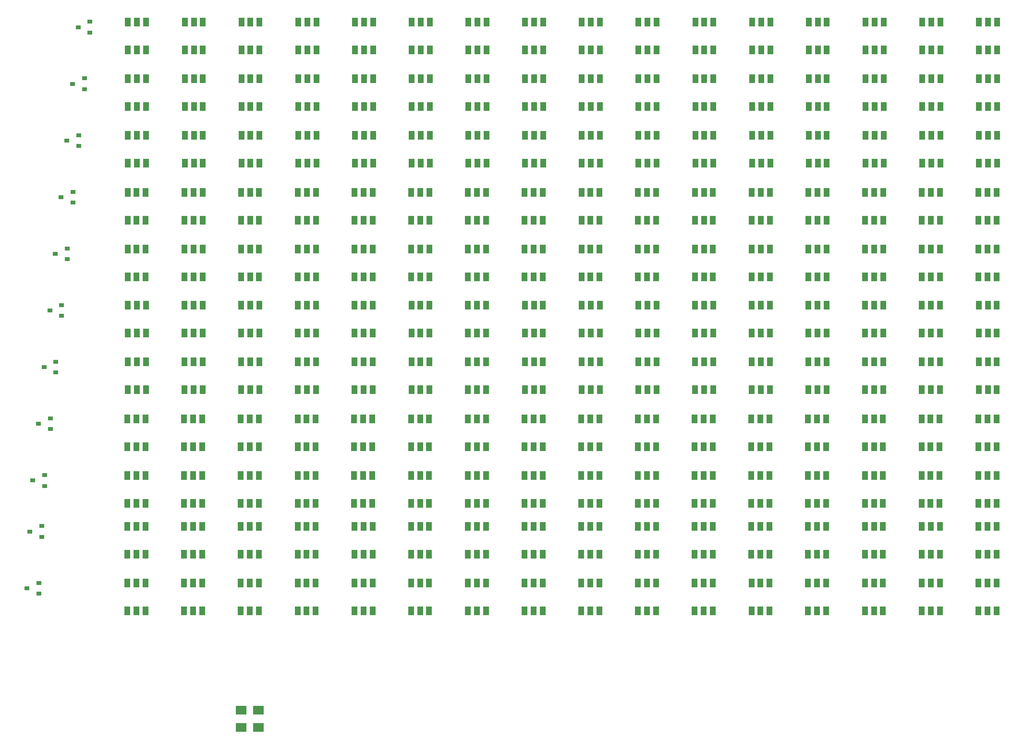
<source format=gtp>
G04 MADE WITH FRITZING*
G04 WWW.FRITZING.ORG*
G04 DOUBLE SIDED*
G04 HOLES PLATED*
G04 CONTOUR ON CENTER OF CONTOUR VECTOR*
%ASAXBY*%
%FSLAX23Y23*%
%MOIN*%
%OFA0B0*%
%SFA1.0B1.0*%
%ADD10R,0.039361X0.059056*%
%ADD11R,0.039389X0.059056*%
%ADD12R,0.039375X0.059056*%
%ADD13R,0.035433X0.031496*%
%ADD14R,0.074803X0.062992*%
%LNPASTEMASK1*%
G90*
G70*
G54D10*
X962Y1471D03*
G54D11*
X1025Y1471D03*
G54D12*
X1088Y1471D03*
X1088Y1664D03*
G54D11*
X1025Y1664D03*
G54D10*
X962Y1664D03*
X4112Y1471D03*
G54D11*
X4175Y1471D03*
G54D12*
X4238Y1471D03*
X4238Y1664D03*
G54D11*
X4175Y1664D03*
G54D10*
X4112Y1664D03*
X4116Y5369D03*
G54D11*
X4179Y5369D03*
G54D12*
X4242Y5369D03*
X4242Y5562D03*
G54D11*
X4179Y5562D03*
G54D10*
X4116Y5562D03*
X966Y5369D03*
G54D11*
X1029Y5369D03*
G54D12*
X1092Y5369D03*
X1092Y5562D03*
G54D11*
X1029Y5562D03*
G54D10*
X966Y5562D03*
X4505Y1471D03*
G54D11*
X4568Y1471D03*
G54D12*
X4631Y1471D03*
X4631Y1664D03*
G54D11*
X4568Y1664D03*
G54D10*
X4505Y1664D03*
X4509Y5369D03*
G54D11*
X4572Y5369D03*
G54D12*
X4635Y5369D03*
X4635Y5562D03*
G54D11*
X4572Y5562D03*
G54D10*
X4509Y5562D03*
X1356Y1471D03*
G54D11*
X1419Y1471D03*
G54D12*
X1482Y1471D03*
X1482Y1664D03*
G54D11*
X1419Y1664D03*
G54D10*
X1356Y1664D03*
X1360Y5369D03*
G54D11*
X1423Y5369D03*
G54D12*
X1486Y5369D03*
X1486Y5562D03*
G54D11*
X1423Y5562D03*
G54D10*
X1360Y5562D03*
X1749Y1471D03*
G54D11*
X1812Y1471D03*
G54D12*
X1875Y1471D03*
X1875Y1664D03*
G54D11*
X1812Y1664D03*
G54D10*
X1749Y1664D03*
X4903Y5369D03*
G54D11*
X4966Y5369D03*
G54D12*
X5029Y5369D03*
X5029Y5562D03*
G54D11*
X4966Y5562D03*
G54D10*
X4903Y5562D03*
X4899Y1471D03*
G54D11*
X4962Y1471D03*
G54D12*
X5025Y1471D03*
X5025Y1664D03*
G54D11*
X4962Y1664D03*
G54D10*
X4899Y1664D03*
X1753Y5369D03*
G54D11*
X1816Y5369D03*
G54D12*
X1879Y5369D03*
X1879Y5562D03*
G54D11*
X1816Y5562D03*
G54D10*
X1753Y5562D03*
X5293Y1471D03*
G54D11*
X5356Y1471D03*
G54D12*
X5419Y1471D03*
X5419Y1664D03*
G54D11*
X5356Y1664D03*
G54D10*
X5293Y1664D03*
X5297Y5369D03*
G54D11*
X5360Y5369D03*
G54D12*
X5423Y5369D03*
X5423Y5562D03*
G54D11*
X5360Y5562D03*
G54D10*
X5297Y5562D03*
X2147Y5369D03*
G54D11*
X2210Y5369D03*
G54D12*
X2273Y5369D03*
X2273Y5562D03*
G54D11*
X2210Y5562D03*
G54D10*
X2147Y5562D03*
X2143Y1471D03*
G54D11*
X2206Y1471D03*
G54D12*
X2269Y1471D03*
X2269Y1664D03*
G54D11*
X2206Y1664D03*
G54D10*
X2143Y1664D03*
X2541Y5369D03*
G54D11*
X2604Y5369D03*
G54D12*
X2667Y5369D03*
X2667Y5562D03*
G54D11*
X2604Y5562D03*
G54D10*
X2541Y5562D03*
X2537Y1471D03*
G54D11*
X2600Y1471D03*
G54D12*
X2663Y1471D03*
X2663Y1664D03*
G54D11*
X2600Y1664D03*
G54D10*
X2537Y1664D03*
X5690Y5369D03*
G54D11*
X5753Y5369D03*
G54D12*
X5816Y5369D03*
X5816Y5562D03*
G54D11*
X5753Y5562D03*
G54D10*
X5690Y5562D03*
X5686Y1471D03*
G54D11*
X5749Y1471D03*
G54D12*
X5812Y1471D03*
X5812Y1664D03*
G54D11*
X5749Y1664D03*
G54D10*
X5686Y1664D03*
X6080Y1471D03*
G54D11*
X6143Y1471D03*
G54D12*
X6206Y1471D03*
X6206Y1664D03*
G54D11*
X6143Y1664D03*
G54D10*
X6080Y1664D03*
X6084Y5369D03*
G54D11*
X6147Y5369D03*
G54D12*
X6210Y5369D03*
X6210Y5562D03*
G54D11*
X6147Y5562D03*
G54D10*
X6084Y5562D03*
X2930Y1471D03*
G54D11*
X2993Y1471D03*
G54D12*
X3056Y1471D03*
X3056Y1664D03*
G54D11*
X2993Y1664D03*
G54D10*
X2930Y1664D03*
X2935Y5369D03*
G54D11*
X2998Y5369D03*
G54D12*
X3061Y5369D03*
X3061Y5562D03*
G54D11*
X2998Y5562D03*
G54D10*
X2935Y5562D03*
X3324Y1471D03*
G54D11*
X3387Y1471D03*
G54D12*
X3450Y1471D03*
X3450Y1664D03*
G54D11*
X3387Y1664D03*
G54D10*
X3324Y1664D03*
X6478Y5369D03*
G54D11*
X6541Y5369D03*
G54D12*
X6604Y5369D03*
X6604Y5562D03*
G54D11*
X6541Y5562D03*
G54D10*
X6478Y5562D03*
X3328Y5369D03*
G54D11*
X3391Y5369D03*
G54D12*
X3454Y5369D03*
X3454Y5562D03*
G54D11*
X3391Y5562D03*
G54D10*
X3328Y5562D03*
X6474Y1471D03*
G54D11*
X6537Y1471D03*
G54D12*
X6600Y1471D03*
X6600Y1664D03*
G54D11*
X6537Y1664D03*
G54D10*
X6474Y1664D03*
X3722Y5369D03*
G54D11*
X3785Y5369D03*
G54D12*
X3848Y5369D03*
X3848Y5562D03*
G54D11*
X3785Y5562D03*
G54D10*
X3722Y5562D03*
X6867Y1471D03*
G54D11*
X6930Y1471D03*
G54D12*
X6993Y1471D03*
X6993Y1664D03*
G54D11*
X6930Y1664D03*
G54D10*
X6867Y1664D03*
X6872Y5369D03*
G54D11*
X6935Y5369D03*
G54D12*
X6998Y5369D03*
X6998Y5562D03*
G54D11*
X6935Y5562D03*
G54D10*
X6872Y5562D03*
X3718Y1471D03*
G54D11*
X3781Y1471D03*
G54D12*
X3844Y1471D03*
X3844Y1664D03*
G54D11*
X3781Y1664D03*
G54D10*
X3718Y1664D03*
X964Y3007D03*
G54D11*
X1027Y3007D03*
G54D12*
X1090Y3007D03*
X1090Y3200D03*
G54D11*
X1027Y3200D03*
G54D10*
X964Y3200D03*
X961Y2218D03*
G54D11*
X1024Y2218D03*
G54D12*
X1087Y2218D03*
X1087Y2411D03*
G54D11*
X1024Y2411D03*
G54D10*
X961Y2411D03*
X963Y3792D03*
G54D11*
X1026Y3792D03*
G54D12*
X1089Y3792D03*
X1089Y3985D03*
G54D11*
X1026Y3985D03*
G54D10*
X963Y3985D03*
X966Y4581D03*
G54D11*
X1029Y4581D03*
G54D12*
X1092Y4581D03*
X1092Y4774D03*
G54D11*
X1029Y4774D03*
G54D10*
X966Y4774D03*
X4111Y2218D03*
G54D11*
X4174Y2218D03*
G54D12*
X4237Y2218D03*
X4237Y2411D03*
G54D11*
X4174Y2411D03*
G54D10*
X4111Y2411D03*
X4114Y3007D03*
G54D11*
X4177Y3007D03*
G54D12*
X4240Y3007D03*
X4240Y3200D03*
G54D11*
X4177Y3200D03*
G54D10*
X4114Y3200D03*
X4113Y3792D03*
G54D11*
X4176Y3792D03*
G54D12*
X4239Y3792D03*
X4239Y3985D03*
G54D11*
X4176Y3985D03*
G54D10*
X4113Y3985D03*
X4115Y4581D03*
G54D11*
X4178Y4581D03*
G54D12*
X4241Y4581D03*
X4241Y4774D03*
G54D11*
X4178Y4774D03*
G54D10*
X4115Y4774D03*
X4114Y3401D03*
G54D11*
X4177Y3401D03*
G54D12*
X4240Y3401D03*
X4240Y3594D03*
G54D11*
X4177Y3594D03*
G54D10*
X4114Y3594D03*
X4111Y2612D03*
G54D11*
X4174Y2612D03*
G54D12*
X4237Y2612D03*
X4237Y2805D03*
G54D11*
X4174Y2805D03*
G54D10*
X4111Y2805D03*
X4113Y4186D03*
G54D11*
X4176Y4186D03*
G54D12*
X4239Y4186D03*
X4239Y4379D03*
G54D11*
X4176Y4379D03*
G54D10*
X4113Y4379D03*
X4115Y4975D03*
G54D11*
X4178Y4975D03*
G54D12*
X4241Y4975D03*
X4241Y5168D03*
G54D11*
X4178Y5168D03*
G54D10*
X4115Y5168D03*
X964Y3401D03*
G54D11*
X1027Y3401D03*
G54D12*
X1090Y3401D03*
X1090Y3594D03*
G54D11*
X1027Y3594D03*
G54D10*
X964Y3594D03*
X961Y2612D03*
G54D11*
X1024Y2612D03*
G54D12*
X1087Y2612D03*
X1087Y2805D03*
G54D11*
X1024Y2805D03*
G54D10*
X961Y2805D03*
X963Y4186D03*
G54D11*
X1026Y4186D03*
G54D12*
X1089Y4186D03*
X1089Y4379D03*
G54D11*
X1026Y4379D03*
G54D10*
X963Y4379D03*
X966Y4975D03*
G54D11*
X1029Y4975D03*
G54D12*
X1092Y4975D03*
X1092Y5168D03*
G54D11*
X1029Y5168D03*
G54D10*
X966Y5168D03*
X4508Y3007D03*
G54D11*
X4571Y3007D03*
G54D12*
X4634Y3007D03*
X4634Y3200D03*
G54D11*
X4571Y3200D03*
G54D10*
X4508Y3200D03*
X4505Y2218D03*
G54D11*
X4568Y2218D03*
G54D12*
X4631Y2218D03*
X4631Y2411D03*
G54D11*
X4568Y2411D03*
G54D10*
X4505Y2411D03*
X4506Y3792D03*
G54D11*
X4569Y3792D03*
G54D12*
X4632Y3792D03*
X4632Y3985D03*
G54D11*
X4569Y3985D03*
G54D10*
X4506Y3985D03*
X4509Y4581D03*
G54D11*
X4572Y4581D03*
G54D12*
X4635Y4581D03*
X4635Y4774D03*
G54D11*
X4572Y4774D03*
G54D10*
X4509Y4774D03*
X4508Y3401D03*
G54D11*
X4571Y3401D03*
G54D12*
X4634Y3401D03*
X4634Y3594D03*
G54D11*
X4571Y3594D03*
G54D10*
X4508Y3594D03*
X4505Y2612D03*
G54D11*
X4568Y2612D03*
G54D12*
X4631Y2612D03*
X4631Y2805D03*
G54D11*
X4568Y2805D03*
G54D10*
X4505Y2805D03*
X4506Y4186D03*
G54D11*
X4569Y4186D03*
G54D12*
X4632Y4186D03*
X4632Y4379D03*
G54D11*
X4569Y4379D03*
G54D10*
X4506Y4379D03*
X4509Y4975D03*
G54D11*
X4572Y4975D03*
G54D12*
X4635Y4975D03*
X4635Y5168D03*
G54D11*
X4572Y5168D03*
G54D10*
X4509Y5168D03*
X1358Y3007D03*
G54D11*
X1421Y3007D03*
G54D12*
X1484Y3007D03*
X1484Y3200D03*
G54D11*
X1421Y3200D03*
G54D10*
X1358Y3200D03*
X1355Y2218D03*
G54D11*
X1418Y2218D03*
G54D12*
X1481Y2218D03*
X1481Y2411D03*
G54D11*
X1418Y2411D03*
G54D10*
X1355Y2411D03*
X1357Y3792D03*
G54D11*
X1420Y3792D03*
G54D12*
X1483Y3792D03*
X1483Y3985D03*
G54D11*
X1420Y3985D03*
G54D10*
X1357Y3985D03*
X1360Y4581D03*
G54D11*
X1423Y4581D03*
G54D12*
X1486Y4581D03*
X1486Y4774D03*
G54D11*
X1423Y4774D03*
G54D10*
X1360Y4774D03*
X1355Y2612D03*
G54D11*
X1418Y2612D03*
G54D12*
X1481Y2612D03*
X1481Y2805D03*
G54D11*
X1418Y2805D03*
G54D10*
X1355Y2805D03*
X1358Y3401D03*
G54D11*
X1421Y3401D03*
G54D12*
X1484Y3401D03*
X1484Y3594D03*
G54D11*
X1421Y3594D03*
G54D10*
X1358Y3594D03*
X1357Y4186D03*
G54D11*
X1420Y4186D03*
G54D12*
X1483Y4186D03*
X1483Y4379D03*
G54D11*
X1420Y4379D03*
G54D10*
X1357Y4379D03*
X1360Y4975D03*
G54D11*
X1423Y4975D03*
G54D12*
X1486Y4975D03*
X1486Y5168D03*
G54D11*
X1423Y5168D03*
G54D10*
X1360Y5168D03*
X1752Y3007D03*
G54D11*
X1815Y3007D03*
G54D12*
X1878Y3007D03*
X1878Y3200D03*
G54D11*
X1815Y3200D03*
G54D10*
X1752Y3200D03*
X1749Y2218D03*
G54D11*
X1812Y2218D03*
G54D12*
X1875Y2218D03*
X1875Y2411D03*
G54D11*
X1812Y2411D03*
G54D10*
X1749Y2411D03*
X1750Y3792D03*
G54D11*
X1813Y3792D03*
G54D12*
X1876Y3792D03*
X1876Y3985D03*
G54D11*
X1813Y3985D03*
G54D10*
X1750Y3985D03*
X1753Y4581D03*
G54D11*
X1816Y4581D03*
G54D12*
X1879Y4581D03*
X1879Y4774D03*
G54D11*
X1816Y4774D03*
G54D10*
X1753Y4774D03*
X4898Y2612D03*
G54D11*
X4961Y2612D03*
G54D12*
X5024Y2612D03*
X5024Y2805D03*
G54D11*
X4961Y2805D03*
G54D10*
X4898Y2805D03*
X4901Y3401D03*
G54D11*
X4964Y3401D03*
G54D12*
X5027Y3401D03*
X5027Y3594D03*
G54D11*
X4964Y3594D03*
G54D10*
X4901Y3594D03*
X4900Y4186D03*
G54D11*
X4963Y4186D03*
G54D12*
X5026Y4186D03*
X5026Y4379D03*
G54D11*
X4963Y4379D03*
G54D10*
X4900Y4379D03*
X4903Y4975D03*
G54D11*
X4966Y4975D03*
G54D12*
X5029Y4975D03*
X5029Y5168D03*
G54D11*
X4966Y5168D03*
G54D10*
X4903Y5168D03*
X4901Y3007D03*
G54D11*
X4964Y3007D03*
G54D12*
X5027Y3007D03*
X5027Y3200D03*
G54D11*
X4964Y3200D03*
G54D10*
X4901Y3200D03*
X4898Y2218D03*
G54D11*
X4961Y2218D03*
G54D12*
X5024Y2218D03*
X5024Y2411D03*
G54D11*
X4961Y2411D03*
G54D10*
X4898Y2411D03*
X4900Y3792D03*
G54D11*
X4963Y3792D03*
G54D12*
X5026Y3792D03*
X5026Y3985D03*
G54D11*
X4963Y3985D03*
G54D10*
X4900Y3985D03*
X4903Y4581D03*
G54D11*
X4966Y4581D03*
G54D12*
X5029Y4581D03*
X5029Y4774D03*
G54D11*
X4966Y4774D03*
G54D10*
X4903Y4774D03*
X1752Y3401D03*
G54D11*
X1815Y3401D03*
G54D12*
X1878Y3401D03*
X1878Y3594D03*
G54D11*
X1815Y3594D03*
G54D10*
X1752Y3594D03*
X1749Y2612D03*
G54D11*
X1812Y2612D03*
G54D12*
X1875Y2612D03*
X1875Y2805D03*
G54D11*
X1812Y2805D03*
G54D10*
X1749Y2805D03*
X1750Y4186D03*
G54D11*
X1813Y4186D03*
G54D12*
X1876Y4186D03*
X1876Y4379D03*
G54D11*
X1813Y4379D03*
G54D10*
X1750Y4379D03*
X1753Y4975D03*
G54D11*
X1816Y4975D03*
G54D12*
X1879Y4975D03*
X1879Y5168D03*
G54D11*
X1816Y5168D03*
G54D10*
X1753Y5168D03*
X5295Y3007D03*
G54D11*
X5358Y3007D03*
G54D12*
X5421Y3007D03*
X5421Y3200D03*
G54D11*
X5358Y3200D03*
G54D10*
X5295Y3200D03*
X5292Y2218D03*
G54D11*
X5355Y2218D03*
G54D12*
X5418Y2218D03*
X5418Y2411D03*
G54D11*
X5355Y2411D03*
G54D10*
X5292Y2411D03*
X5294Y3792D03*
G54D11*
X5357Y3792D03*
G54D12*
X5420Y3792D03*
X5420Y3985D03*
G54D11*
X5357Y3985D03*
G54D10*
X5294Y3985D03*
X5297Y4581D03*
G54D11*
X5360Y4581D03*
G54D12*
X5423Y4581D03*
X5423Y4774D03*
G54D11*
X5360Y4774D03*
G54D10*
X5297Y4774D03*
X5292Y2612D03*
G54D11*
X5355Y2612D03*
G54D12*
X5418Y2612D03*
X5418Y2805D03*
G54D11*
X5355Y2805D03*
G54D10*
X5292Y2805D03*
X5295Y3401D03*
G54D11*
X5358Y3401D03*
G54D12*
X5421Y3401D03*
X5421Y3594D03*
G54D11*
X5358Y3594D03*
G54D10*
X5295Y3594D03*
X5294Y4186D03*
G54D11*
X5357Y4186D03*
G54D12*
X5420Y4186D03*
X5420Y4379D03*
G54D11*
X5357Y4379D03*
G54D10*
X5294Y4379D03*
X5297Y4975D03*
G54D11*
X5360Y4975D03*
G54D12*
X5423Y4975D03*
X5423Y5168D03*
G54D11*
X5360Y5168D03*
G54D10*
X5297Y5168D03*
X2143Y2612D03*
G54D11*
X2206Y2612D03*
G54D12*
X2269Y2612D03*
X2269Y2805D03*
G54D11*
X2206Y2805D03*
G54D10*
X2143Y2805D03*
X2145Y3401D03*
G54D11*
X2208Y3401D03*
G54D12*
X2271Y3401D03*
X2271Y3594D03*
G54D11*
X2208Y3594D03*
G54D10*
X2145Y3594D03*
X2144Y4186D03*
G54D11*
X2207Y4186D03*
G54D12*
X2270Y4186D03*
X2270Y4379D03*
G54D11*
X2207Y4379D03*
G54D10*
X2144Y4379D03*
X2147Y4975D03*
G54D11*
X2210Y4975D03*
G54D12*
X2273Y4975D03*
X2273Y5168D03*
G54D11*
X2210Y5168D03*
G54D10*
X2147Y5168D03*
X2143Y2218D03*
G54D11*
X2206Y2218D03*
G54D12*
X2269Y2218D03*
X2269Y2411D03*
G54D11*
X2206Y2411D03*
G54D10*
X2143Y2411D03*
X2145Y3007D03*
G54D11*
X2208Y3007D03*
G54D12*
X2271Y3007D03*
X2271Y3200D03*
G54D11*
X2208Y3200D03*
G54D10*
X2145Y3200D03*
X2144Y3792D03*
G54D11*
X2207Y3792D03*
G54D12*
X2270Y3792D03*
X2270Y3985D03*
G54D11*
X2207Y3985D03*
G54D10*
X2144Y3985D03*
X2147Y4581D03*
G54D11*
X2210Y4581D03*
G54D12*
X2273Y4581D03*
X2273Y4774D03*
G54D11*
X2210Y4774D03*
G54D10*
X2147Y4774D03*
X2539Y3401D03*
G54D11*
X2602Y3401D03*
G54D12*
X2665Y3401D03*
X2665Y3594D03*
G54D11*
X2602Y3594D03*
G54D10*
X2539Y3594D03*
X2536Y2612D03*
G54D11*
X2599Y2612D03*
G54D12*
X2662Y2612D03*
X2662Y2805D03*
G54D11*
X2599Y2805D03*
G54D10*
X2536Y2805D03*
X2538Y4186D03*
G54D11*
X2601Y4186D03*
G54D12*
X2664Y4186D03*
X2664Y4379D03*
G54D11*
X2601Y4379D03*
G54D10*
X2538Y4379D03*
X2541Y4975D03*
G54D11*
X2604Y4975D03*
G54D12*
X2667Y4975D03*
X2667Y5168D03*
G54D11*
X2604Y5168D03*
G54D10*
X2541Y5168D03*
X2536Y2218D03*
G54D11*
X2599Y2218D03*
G54D12*
X2662Y2218D03*
X2662Y2411D03*
G54D11*
X2599Y2411D03*
G54D10*
X2536Y2411D03*
X2539Y3007D03*
G54D11*
X2602Y3007D03*
G54D12*
X2665Y3007D03*
X2665Y3200D03*
G54D11*
X2602Y3200D03*
G54D10*
X2539Y3200D03*
X2538Y3792D03*
G54D11*
X2601Y3792D03*
G54D12*
X2664Y3792D03*
X2664Y3985D03*
G54D11*
X2601Y3985D03*
G54D10*
X2538Y3985D03*
X2541Y4581D03*
G54D11*
X2604Y4581D03*
G54D12*
X2667Y4581D03*
X2667Y4774D03*
G54D11*
X2604Y4774D03*
G54D10*
X2541Y4774D03*
X5689Y3401D03*
G54D11*
X5752Y3401D03*
G54D12*
X5815Y3401D03*
X5815Y3594D03*
G54D11*
X5752Y3594D03*
G54D10*
X5689Y3594D03*
X5686Y2612D03*
G54D11*
X5749Y2612D03*
G54D12*
X5812Y2612D03*
X5812Y2805D03*
G54D11*
X5749Y2805D03*
G54D10*
X5686Y2805D03*
X5687Y4186D03*
G54D11*
X5750Y4186D03*
G54D12*
X5813Y4186D03*
X5813Y4379D03*
G54D11*
X5750Y4379D03*
G54D10*
X5687Y4379D03*
X5690Y4975D03*
G54D11*
X5753Y4975D03*
G54D12*
X5816Y4975D03*
X5816Y5168D03*
G54D11*
X5753Y5168D03*
G54D10*
X5690Y5168D03*
X5689Y3007D03*
G54D11*
X5752Y3007D03*
G54D12*
X5815Y3007D03*
X5815Y3200D03*
G54D11*
X5752Y3200D03*
G54D10*
X5689Y3200D03*
X5686Y2218D03*
G54D11*
X5749Y2218D03*
G54D12*
X5812Y2218D03*
X5812Y2411D03*
G54D11*
X5749Y2411D03*
G54D10*
X5686Y2411D03*
X5687Y3792D03*
G54D11*
X5750Y3792D03*
G54D12*
X5813Y3792D03*
X5813Y3985D03*
G54D11*
X5750Y3985D03*
G54D10*
X5687Y3985D03*
X5690Y4581D03*
G54D11*
X5753Y4581D03*
G54D12*
X5816Y4581D03*
X5816Y4774D03*
G54D11*
X5753Y4774D03*
G54D10*
X5690Y4774D03*
X6080Y2218D03*
G54D11*
X6143Y2218D03*
G54D12*
X6206Y2218D03*
X6206Y2411D03*
G54D11*
X6143Y2411D03*
G54D10*
X6080Y2411D03*
X6082Y3007D03*
G54D11*
X6145Y3007D03*
G54D12*
X6208Y3007D03*
X6208Y3200D03*
G54D11*
X6145Y3200D03*
G54D10*
X6082Y3200D03*
X6081Y3792D03*
G54D11*
X6144Y3792D03*
G54D12*
X6207Y3792D03*
X6207Y3985D03*
G54D11*
X6144Y3985D03*
G54D10*
X6081Y3985D03*
X6084Y4581D03*
G54D11*
X6147Y4581D03*
G54D12*
X6210Y4581D03*
X6210Y4774D03*
G54D11*
X6147Y4774D03*
G54D10*
X6084Y4774D03*
X6082Y3401D03*
G54D11*
X6145Y3401D03*
G54D12*
X6208Y3401D03*
X6208Y3594D03*
G54D11*
X6145Y3594D03*
G54D10*
X6082Y3594D03*
X6080Y2612D03*
G54D11*
X6143Y2612D03*
G54D12*
X6206Y2612D03*
X6206Y2805D03*
G54D11*
X6143Y2805D03*
G54D10*
X6080Y2805D03*
X6081Y4186D03*
G54D11*
X6144Y4186D03*
G54D12*
X6207Y4186D03*
X6207Y4379D03*
G54D11*
X6144Y4379D03*
G54D10*
X6081Y4379D03*
X6084Y4975D03*
G54D11*
X6147Y4975D03*
G54D12*
X6210Y4975D03*
X6210Y5168D03*
G54D11*
X6147Y5168D03*
G54D10*
X6084Y5168D03*
X2933Y3007D03*
G54D11*
X2996Y3007D03*
G54D12*
X3059Y3007D03*
X3059Y3200D03*
G54D11*
X2996Y3200D03*
G54D10*
X2933Y3200D03*
X2930Y2218D03*
G54D11*
X2993Y2218D03*
G54D12*
X3056Y2218D03*
X3056Y2411D03*
G54D11*
X2993Y2411D03*
G54D10*
X2930Y2411D03*
X2932Y3792D03*
G54D11*
X2995Y3792D03*
G54D12*
X3058Y3792D03*
X3058Y3985D03*
G54D11*
X2995Y3985D03*
G54D10*
X2932Y3985D03*
X2934Y4581D03*
G54D11*
X2997Y4581D03*
G54D12*
X3060Y4581D03*
X3060Y4774D03*
G54D11*
X2997Y4774D03*
G54D10*
X2934Y4774D03*
X2933Y3401D03*
G54D11*
X2996Y3401D03*
G54D12*
X3059Y3401D03*
X3059Y3594D03*
G54D11*
X2996Y3594D03*
G54D10*
X2933Y3594D03*
X2930Y2612D03*
G54D11*
X2993Y2612D03*
G54D12*
X3056Y2612D03*
X3056Y2805D03*
G54D11*
X2993Y2805D03*
G54D10*
X2930Y2805D03*
X2932Y4186D03*
G54D11*
X2995Y4186D03*
G54D12*
X3058Y4186D03*
X3058Y4379D03*
G54D11*
X2995Y4379D03*
G54D10*
X2932Y4379D03*
X2934Y4975D03*
G54D11*
X2997Y4975D03*
G54D12*
X3060Y4975D03*
X3060Y5168D03*
G54D11*
X2997Y5168D03*
G54D10*
X2934Y5168D03*
X3324Y2218D03*
G54D11*
X3387Y2218D03*
G54D12*
X3450Y2218D03*
X3450Y2411D03*
G54D11*
X3387Y2411D03*
G54D10*
X3324Y2411D03*
X3326Y3007D03*
G54D11*
X3389Y3007D03*
G54D12*
X3452Y3007D03*
X3452Y3200D03*
G54D11*
X3389Y3200D03*
G54D10*
X3326Y3200D03*
X3325Y3792D03*
G54D11*
X3388Y3792D03*
G54D12*
X3451Y3792D03*
X3451Y3985D03*
G54D11*
X3388Y3985D03*
G54D10*
X3325Y3985D03*
X3328Y4581D03*
G54D11*
X3391Y4581D03*
G54D12*
X3454Y4581D03*
X3454Y4774D03*
G54D11*
X3391Y4774D03*
G54D10*
X3328Y4774D03*
X6473Y2612D03*
G54D11*
X6536Y2612D03*
G54D12*
X6599Y2612D03*
X6599Y2805D03*
G54D11*
X6536Y2805D03*
G54D10*
X6473Y2805D03*
X6476Y3401D03*
G54D11*
X6539Y3401D03*
G54D12*
X6602Y3401D03*
X6602Y3594D03*
G54D11*
X6539Y3594D03*
G54D10*
X6476Y3594D03*
X6475Y4186D03*
G54D11*
X6538Y4186D03*
G54D12*
X6601Y4186D03*
X6601Y4379D03*
G54D11*
X6538Y4379D03*
G54D10*
X6475Y4379D03*
X6478Y4975D03*
G54D11*
X6541Y4975D03*
G54D12*
X6604Y4975D03*
X6604Y5168D03*
G54D11*
X6541Y5168D03*
G54D10*
X6478Y5168D03*
X3324Y2612D03*
G54D11*
X3387Y2612D03*
G54D12*
X3450Y2612D03*
X3450Y2805D03*
G54D11*
X3387Y2805D03*
G54D10*
X3324Y2805D03*
X3326Y3401D03*
G54D11*
X3389Y3401D03*
G54D12*
X3452Y3401D03*
X3452Y3594D03*
G54D11*
X3389Y3594D03*
G54D10*
X3326Y3594D03*
X3325Y4186D03*
G54D11*
X3388Y4186D03*
G54D12*
X3451Y4186D03*
X3451Y4379D03*
G54D11*
X3388Y4379D03*
G54D10*
X3325Y4379D03*
X3328Y4975D03*
G54D11*
X3391Y4975D03*
G54D12*
X3454Y4975D03*
X3454Y5168D03*
G54D11*
X3391Y5168D03*
G54D10*
X3328Y5168D03*
X6473Y2218D03*
G54D11*
X6536Y2218D03*
G54D12*
X6599Y2218D03*
X6599Y2411D03*
G54D11*
X6536Y2411D03*
G54D10*
X6473Y2411D03*
X6476Y3007D03*
G54D11*
X6539Y3007D03*
G54D12*
X6602Y3007D03*
X6602Y3200D03*
G54D11*
X6539Y3200D03*
G54D10*
X6476Y3200D03*
X6475Y3792D03*
G54D11*
X6538Y3792D03*
G54D12*
X6601Y3792D03*
X6601Y3985D03*
G54D11*
X6538Y3985D03*
G54D10*
X6475Y3985D03*
X6478Y4581D03*
G54D11*
X6541Y4581D03*
G54D12*
X6604Y4581D03*
X6604Y4774D03*
G54D11*
X6541Y4774D03*
G54D10*
X6478Y4774D03*
X3717Y2612D03*
G54D11*
X3780Y2612D03*
G54D12*
X3843Y2612D03*
X3843Y2805D03*
G54D11*
X3780Y2805D03*
G54D10*
X3717Y2805D03*
X3720Y3401D03*
G54D11*
X3783Y3401D03*
G54D12*
X3846Y3401D03*
X3846Y3594D03*
G54D11*
X3783Y3594D03*
G54D10*
X3720Y3594D03*
X3719Y4186D03*
G54D11*
X3782Y4186D03*
G54D12*
X3845Y4186D03*
X3845Y4379D03*
G54D11*
X3782Y4379D03*
G54D10*
X3719Y4379D03*
X3722Y4975D03*
G54D11*
X3785Y4975D03*
G54D12*
X3848Y4975D03*
X3848Y5168D03*
G54D11*
X3785Y5168D03*
G54D10*
X3722Y5168D03*
X6870Y3007D03*
G54D11*
X6933Y3007D03*
G54D12*
X6996Y3007D03*
X6996Y3200D03*
G54D11*
X6933Y3200D03*
G54D10*
X6870Y3200D03*
X6867Y2218D03*
G54D11*
X6930Y2218D03*
G54D12*
X6993Y2218D03*
X6993Y2411D03*
G54D11*
X6930Y2411D03*
G54D10*
X6867Y2411D03*
X6869Y3792D03*
G54D11*
X6932Y3792D03*
G54D12*
X6995Y3792D03*
X6995Y3985D03*
G54D11*
X6932Y3985D03*
G54D10*
X6869Y3985D03*
X6871Y4581D03*
G54D11*
X6934Y4581D03*
G54D12*
X6997Y4581D03*
X6997Y4774D03*
G54D11*
X6934Y4774D03*
G54D10*
X6871Y4774D03*
X6867Y2612D03*
G54D11*
X6930Y2612D03*
G54D12*
X6993Y2612D03*
X6993Y2805D03*
G54D11*
X6930Y2805D03*
G54D10*
X6867Y2805D03*
X6870Y3401D03*
G54D11*
X6933Y3401D03*
G54D12*
X6996Y3401D03*
X6996Y3594D03*
G54D11*
X6933Y3594D03*
G54D10*
X6870Y3594D03*
X6869Y4186D03*
G54D11*
X6932Y4186D03*
G54D12*
X6995Y4186D03*
X6995Y4379D03*
G54D11*
X6932Y4379D03*
G54D10*
X6869Y4379D03*
X6871Y4975D03*
G54D11*
X6934Y4975D03*
G54D12*
X6997Y4975D03*
X6997Y5168D03*
G54D11*
X6934Y5168D03*
G54D10*
X6871Y5168D03*
X3717Y2218D03*
G54D11*
X3780Y2218D03*
G54D12*
X3843Y2218D03*
X3843Y2411D03*
G54D11*
X3780Y2411D03*
G54D10*
X3717Y2411D03*
X3720Y3007D03*
G54D11*
X3783Y3007D03*
G54D12*
X3846Y3007D03*
X3846Y3200D03*
G54D11*
X3783Y3200D03*
G54D10*
X3720Y3200D03*
X3719Y3792D03*
G54D11*
X3782Y3792D03*
G54D12*
X3845Y3792D03*
X3845Y3985D03*
G54D11*
X3782Y3985D03*
G54D10*
X3719Y3985D03*
X3722Y4581D03*
G54D11*
X3785Y4581D03*
G54D12*
X3848Y4581D03*
X3848Y4774D03*
G54D11*
X3785Y4774D03*
G54D10*
X3722Y4774D03*
X962Y1864D03*
G54D11*
X1025Y1864D03*
G54D12*
X1088Y1864D03*
X1088Y2057D03*
G54D11*
X1025Y2057D03*
G54D10*
X962Y2057D03*
X4111Y1864D03*
G54D11*
X4174Y1864D03*
G54D12*
X4237Y1864D03*
X4237Y2057D03*
G54D11*
X4174Y2057D03*
G54D10*
X4111Y2057D03*
X4505Y1864D03*
G54D11*
X4568Y1864D03*
G54D12*
X4631Y1864D03*
X4631Y2057D03*
G54D11*
X4568Y2057D03*
G54D10*
X4505Y2057D03*
X1355Y1864D03*
G54D11*
X1418Y1864D03*
G54D12*
X1481Y1864D03*
X1481Y2057D03*
G54D11*
X1418Y2057D03*
G54D10*
X1355Y2057D03*
X1749Y1864D03*
G54D11*
X1812Y1864D03*
G54D12*
X1875Y1864D03*
X1875Y2057D03*
G54D11*
X1812Y2057D03*
G54D10*
X1749Y2057D03*
X4899Y1864D03*
G54D11*
X4962Y1864D03*
G54D12*
X5025Y1864D03*
X5025Y2057D03*
G54D11*
X4962Y2057D03*
G54D10*
X4899Y2057D03*
X5292Y1864D03*
G54D11*
X5355Y1864D03*
G54D12*
X5418Y1864D03*
X5418Y2057D03*
G54D11*
X5355Y2057D03*
G54D10*
X5292Y2057D03*
X2143Y1864D03*
G54D11*
X2206Y1864D03*
G54D12*
X2269Y1864D03*
X2269Y2057D03*
G54D11*
X2206Y2057D03*
G54D10*
X2143Y2057D03*
X2537Y1864D03*
G54D11*
X2600Y1864D03*
G54D12*
X2663Y1864D03*
X2663Y2057D03*
G54D11*
X2600Y2057D03*
G54D10*
X2537Y2057D03*
X5686Y1864D03*
G54D11*
X5749Y1864D03*
G54D12*
X5812Y1864D03*
X5812Y2057D03*
G54D11*
X5749Y2057D03*
G54D10*
X5686Y2057D03*
X6080Y1864D03*
G54D11*
X6143Y1864D03*
G54D12*
X6206Y1864D03*
X6206Y2057D03*
G54D11*
X6143Y2057D03*
G54D10*
X6080Y2057D03*
X2930Y1864D03*
G54D11*
X2993Y1864D03*
G54D12*
X3056Y1864D03*
X3056Y2057D03*
G54D11*
X2993Y2057D03*
G54D10*
X2930Y2057D03*
X3324Y1864D03*
G54D11*
X3387Y1864D03*
G54D12*
X3450Y1864D03*
X3450Y2057D03*
G54D11*
X3387Y2057D03*
G54D10*
X3324Y2057D03*
X6474Y1864D03*
G54D11*
X6537Y1864D03*
G54D12*
X6600Y1864D03*
X6600Y2057D03*
G54D11*
X6537Y2057D03*
G54D10*
X6474Y2057D03*
X6867Y1864D03*
G54D11*
X6930Y1864D03*
G54D12*
X6993Y1864D03*
X6993Y2057D03*
G54D11*
X6930Y2057D03*
G54D10*
X6867Y2057D03*
X3718Y1864D03*
G54D11*
X3781Y1864D03*
G54D12*
X3844Y1864D03*
X3844Y2057D03*
G54D11*
X3781Y2057D03*
G54D10*
X3718Y2057D03*
G54D13*
X348Y1591D03*
X348Y1666D03*
X265Y1629D03*
X368Y1985D03*
X368Y2060D03*
X285Y2022D03*
X387Y2339D03*
X387Y2414D03*
X305Y2377D03*
X427Y2733D03*
X427Y2808D03*
X344Y2770D03*
X466Y3127D03*
X466Y3201D03*
X383Y3164D03*
X505Y3520D03*
X505Y3595D03*
X423Y3558D03*
X545Y3914D03*
X545Y3989D03*
X462Y3951D03*
X584Y4308D03*
X584Y4382D03*
X502Y4345D03*
X624Y4701D03*
X624Y4776D03*
X541Y4739D03*
X663Y5095D03*
X663Y5170D03*
X580Y5132D03*
X702Y5489D03*
X702Y5564D03*
X620Y5526D03*
G54D14*
X1752Y782D03*
X1752Y660D03*
X1870Y782D03*
X1870Y660D03*
G04 End of PasteMask1*
M02*
</source>
